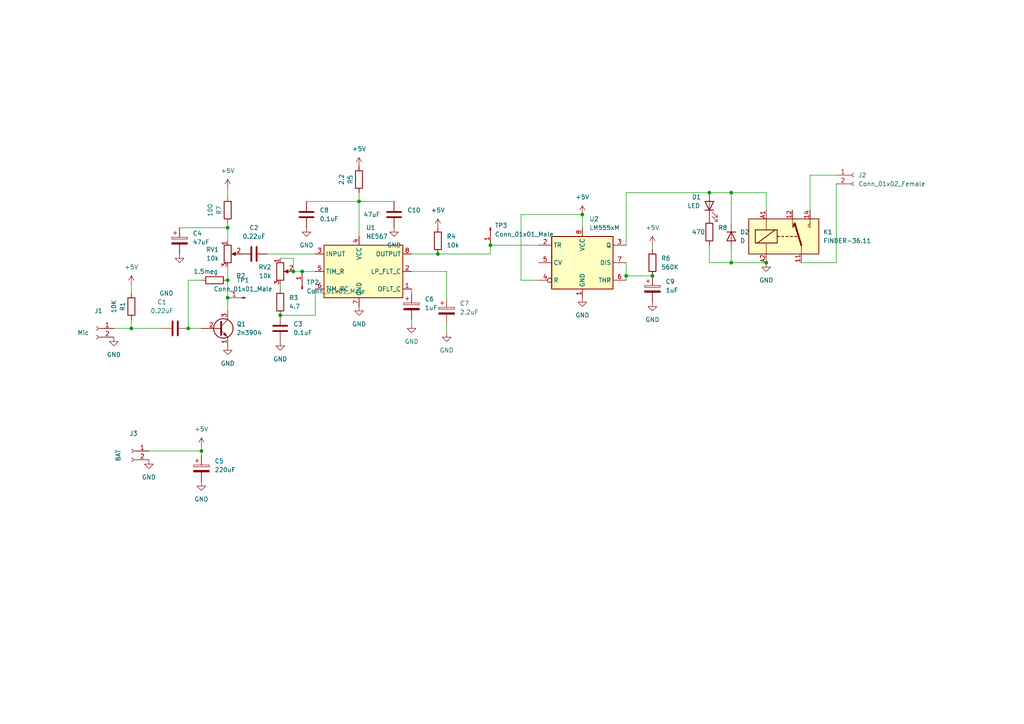
<source format=kicad_sch>
(kicad_sch (version 20211123) (generator eeschema)
  (paper "A4")
  (lib_symbols
    (symbol "Connector:Conn_01x01_Male" (pin_names (offset 1.016) hide)
      (property "Reference" "J" (at 0 2.54 0))
      (property "Value" "Conn_01x01_Male" (at 0 -2.54 0))
      (symbol "Conn_01x01_Male_1_1"
        (polyline (pts (xy 1.27 0) (xy 0.8636 0)) (stroke (width 0.1524)))
        (rectangle (start 0.8636 0.127) (end 0 -0.127) (stroke (width 0.1524)) (fill (type outline)))
        (pin passive line (at 5.08 0 180) (length 3.81) (name "Pin_1") (number "1"))
      )
    )
    (symbol "Connector:Conn_01x02_Female" (pin_names (offset 1.016) hide)
      (property "Reference" "J" (at 0 2.54 0))
      (property "Value" "Conn_01x02_Female" (at 0 -5.08 0))
      (symbol "Conn_01x02_Female_1_1"
        (arc (start 0 -2.032) (mid -0.508 -2.54) (end 0 -3.048) (stroke (width 0.1524)))
        (polyline (pts (xy -1.27 -2.54) (xy -0.508 -2.54)) (stroke (width 0.1524)))
        (polyline (pts (xy -1.27 0) (xy -0.508 0)) (stroke (width 0.1524)))
        (arc (start 0 0.508) (mid -0.508 0) (end 0 -0.508) (stroke (width 0.1524)))
        (pin passive line (at -5.08 0 0) (length 3.81) (name "Pin_1") (number "1"))
        (pin passive line (at -5.08 -2.54 0) (length 3.81) (name "Pin_2") (number "2"))
      )
    )
    (symbol "Device:C" (pin_numbers hide) (pin_names (offset 0.254))
      (property "Reference" "C" (at 0.635 2.54 0))
      (property "Value" "C" (at 0.635 -2.54 0))
      (symbol "C_0_1"
        (polyline (pts (xy -2.032 -0.762) (xy 2.032 -0.762)) (stroke (width 0.508)))
        (polyline (pts (xy -2.032 0.762) (xy 2.032 0.762)) (stroke (width 0.508)))
      )
      (symbol "C_1_1"
        (pin passive line (at 0 3.81 270) (length 2.794) (name "~") (number "1"))
        (pin passive line (at 0 -3.81 90) (length 2.794) (name "~") (number "2"))
      )
    )
    (symbol "Device:C_Polarized" (pin_numbers hide) (pin_names (offset 0.254))
      (property "Reference" "C" (at 0.635 2.54 0))
      (property "Value" "C_Polarized" (at 0.635 -2.54 0))
      (symbol "C_Polarized_0_1"
        (rectangle (start -2.286 0.508) (end 2.286 1.016))
        (polyline (pts (xy -1.778 2.286) (xy -0.762 2.286)))
        (polyline (pts (xy -1.27 2.794) (xy -1.27 1.778)))
        (rectangle (start 2.286 -0.508) (end -2.286 -1.016) (fill (type outline)))
      )
      (symbol "C_Polarized_1_1"
        (pin passive line (at 0 3.81 270) (length 2.794) (name "~") (number "1"))
        (pin passive line (at 0 -3.81 90) (length 2.794) (name "~") (number "2"))
      )
    )
    (symbol "Device:D" (pin_numbers hide) (pin_names (offset 1.016) hide)
      (property "Reference" "D" (at 0 2.54 0))
      (property "Value" "D" (at 0 -2.54 0))
      (symbol "D_0_1"
        (polyline (pts (xy -1.27 1.27) (xy -1.27 -1.27)) (stroke (width 0.254)))
        (polyline (pts (xy 1.27 0) (xy -1.27 0)))
        (polyline (pts (xy 1.27 1.27) (xy 1.27 -1.27) (xy -1.27 0) (xy 1.27 1.27)) (stroke (width 0.254)))
      )
      (symbol "D_1_1"
        (pin passive line (at -3.81 0 0) (length 2.54) (name "K") (number "1"))
        (pin passive line (at 3.81 0 180) (length 2.54) (name "A") (number "2"))
      )
    )
    (symbol "Device:LED" (pin_numbers hide) (pin_names (offset 1.016) hide)
      (property "Reference" "D" (at 0 2.54 0))
      (property "Value" "LED" (at 0 -2.54 0))
      (symbol "LED_0_1"
        (polyline (pts (xy -1.27 -1.27) (xy -1.27 1.27)) (stroke (width 0.254)))
        (polyline (pts (xy -1.27 0) (xy 1.27 0)))
        (polyline (pts (xy 1.27 -1.27) (xy 1.27 1.27) (xy -1.27 0) (xy 1.27 -1.27)) (stroke (width 0.254)))
        (polyline (pts (xy -3.048 -0.762) (xy -4.572 -2.286) (xy -3.81 -2.286) (xy -4.572 -2.286) (xy -4.572 -1.524)))
        (polyline (pts (xy -1.778 -0.762) (xy -3.302 -2.286) (xy -2.54 -2.286) (xy -3.302 -2.286) (xy -3.302 -1.524)))
      )
      (symbol "LED_1_1"
        (pin passive line (at -3.81 0 0) (length 2.54) (name "K") (number "1"))
        (pin passive line (at 3.81 0 180) (length 2.54) (name "A") (number "2"))
      )
    )
    (symbol "Device:R" (pin_numbers hide) (pin_names (offset 0))
      (property "Reference" "R" (at 2.032 0 90))
      (property "Value" "R" (at 0 0 90))
      (symbol "R_0_1"
        (rectangle (start -1.016 -2.54) (end 1.016 2.54) (stroke (width 0.254)))
      )
      (symbol "R_1_1"
        (pin passive line (at 0 3.81 270) (length 1.27) (name "~") (number "1"))
        (pin passive line (at 0 -3.81 90) (length 1.27) (name "~") (number "2"))
      )
    )
    (symbol "Device:R_Potentiometer" (pin_names (offset 1.016) hide)
      (property "Reference" "RV" (at -4.445 0 90))
      (property "Value" "R_Potentiometer" (at -2.54 0 90))
      (symbol "R_Potentiometer_0_1"
        (polyline (pts (xy 2.54 0) (xy 1.524 0)))
        (polyline (pts (xy 1.143 0) (xy 2.286 0.508) (xy 2.286 -0.508) (xy 1.143 0)) (fill (type outline)))
        (rectangle (start 1.016 2.54) (end -1.016 -2.54) (stroke (width 0.254)))
      )
      (symbol "R_Potentiometer_1_1"
        (pin passive line (at 0 3.81 270) (length 1.27) (name "1") (number "1"))
        (pin passive line (at 3.81 0 180) (length 1.27) (name "2") (number "2"))
        (pin passive line (at 0 -3.81 90) (length 1.27) (name "3") (number "3"))
      )
    )
    (symbol "Relay:FINDER-36.11"
      (property "Reference" "K" (at 11.43 3.81 0))
      (property "Value" "FINDER-36.11" (at 11.43 1.27 0))
      (symbol "FINDER-36.11_0_0"
        (polyline (pts (xy 2.54 3.81) (xy 2.54 5.08)))
        (polyline (pts (xy 7.62 3.81) (xy 7.62 5.08)))
        (polyline (pts (xy 7.62 3.81) (xy 7.62 2.54) (xy 6.985 3.175) (xy 7.62 3.81)))
      )
      (symbol "FINDER-36.11_0_1"
        (rectangle (start -10.16 5.08) (end 10.16 -5.08) (stroke (width 0.254)) (fill (type background)))
        (rectangle (start -8.255 1.905) (end -1.905 -1.905) (stroke (width 0.254)))
        (polyline (pts (xy -7.62 -1.905) (xy -2.54 1.905)) (stroke (width 0.254)))
        (polyline (pts (xy -5.08 -5.08) (xy -5.08 -1.905)))
        (polyline (pts (xy -5.08 5.08) (xy -5.08 1.905)))
        (polyline (pts (xy -1.905 0) (xy -1.27 0)) (stroke (width 0.254)))
        (polyline (pts (xy -0.635 0) (xy 0 0)) (stroke (width 0.254)))
        (polyline (pts (xy 0.635 0) (xy 1.27 0)) (stroke (width 0.254)))
        (polyline (pts (xy 0.635 0) (xy 1.27 0)) (stroke (width 0.254)))
        (polyline (pts (xy 1.905 0) (xy 2.54 0)) (stroke (width 0.254)))
        (polyline (pts (xy 3.175 0) (xy 3.81 0)) (stroke (width 0.254)))
        (polyline (pts (xy 5.08 -2.54) (xy 3.175 3.81)) (stroke (width 0.508)))
        (polyline (pts (xy 5.08 -2.54) (xy 5.08 -5.08)))
        (polyline (pts (xy 2.54 2.54) (xy 3.175 3.175) (xy 2.54 3.81)) (fill (type outline)))
      )
      (symbol "FINDER-36.11_1_1"
        (pin passive line (at 5.08 -7.62 90) (length 2.54) (name "~") (number "11"))
        (pin passive line (at 2.54 7.62 270) (length 2.54) (name "~") (number "12"))
        (pin passive line (at 7.62 7.62 270) (length 2.54) (name "~") (number "14"))
        (pin passive line (at -5.08 7.62 270) (length 2.54) (name "~") (number "A1"))
        (pin passive line (at -5.08 -7.62 90) (length 2.54) (name "~") (number "A2"))
      )
    )
    (symbol "Timer:LM555xM"
      (property "Reference" "U" (at -10.16 8.89 0))
      (property "Value" "LM555xM" (at 2.54 8.89 0))
      (symbol "LM555xM_0_0"
        (pin power_in line (at 0 -10.16 90) (length 2.54) (name "GND") (number "1"))
        (pin power_in line (at 0 10.16 270) (length 2.54) (name "VCC") (number "8"))
      )
      (symbol "LM555xM_0_1"
        (rectangle (start -8.89 -7.62) (end 8.89 7.62) (stroke (width 0.254)) (fill (type background)))
        (rectangle (start -8.89 -7.62) (end 8.89 7.62) (stroke (width 0.254)) (fill (type background)))
      )
      (symbol "LM555xM_1_1"
        (pin input line (at -12.7 5.08 0) (length 3.81) (name "TR") (number "2"))
        (pin output line (at 12.7 5.08 180) (length 3.81) (name "Q") (number "3"))
        (pin input inverted (at -12.7 -5.08 0) (length 3.81) (name "R") (number "4"))
        (pin input line (at -12.7 0 0) (length 3.81) (name "CV") (number "5"))
        (pin input line (at 12.7 -5.08 180) (length 3.81) (name "THR") (number "6"))
        (pin input line (at 12.7 0 180) (length 3.81) (name "DIS") (number "7"))
      )
    )
    (symbol "Timer:NE567"
      (property "Reference" "U" (at -2.54 10.795 0))
      (property "Value" "NE567" (at -2.54 8.89 0))
      (symbol "NE567_0_1"
        (rectangle (start -10.16 7.62) (end 12.7 -7.62) (stroke (width 0.254)) (fill (type background)))
      )
      (symbol "NE567_1_1"
        (pin output line (at 15.24 -5.08 180) (length 2.54) (name "OFLT_C") (number "1"))
        (pin output line (at 15.24 0 180) (length 2.54) (name "LP_FLT_C") (number "2"))
        (pin input line (at -12.7 5.08 0) (length 2.54) (name "INPUT") (number "3"))
        (pin power_in line (at 0 10.16 270) (length 2.54) (name "VCC") (number "4"))
        (pin input line (at -12.7 0 0) (length 2.54) (name "TIM_R") (number "5"))
        (pin input line (at -12.7 -5.08 0) (length 2.54) (name "TIM_RC") (number "6"))
        (pin power_in line (at 0 -10.16 90) (length 2.54) (name "GND") (number "7"))
        (pin output line (at 15.24 5.08 180) (length 2.54) (name "OUTPUT") (number "8"))
      )
    )
    (symbol "Transistor_BJT:2N3904" (pin_names (offset 0) hide)
      (property "Reference" "Q" (at 5.08 1.905 0))
      (property "Value" "2N3904" (at 5.08 0 0))
      (symbol "2N3904_0_1"
        (polyline (pts (xy 0.635 0.635) (xy 2.54 2.54)))
        (polyline (pts (xy 0.635 -0.635) (xy 2.54 -2.54) (xy 2.54 -2.54)))
        (polyline (pts (xy 0.635 1.905) (xy 0.635 -1.905) (xy 0.635 -1.905)) (stroke (width 0.508)))
        (polyline (pts (xy 1.27 -1.778) (xy 1.778 -1.27) (xy 2.286 -2.286) (xy 1.27 -1.778) (xy 1.27 -1.778)) (fill (type outline)))
        (circle (center 1.27 0) (radius 2.8194) (stroke (width 0.254)))
      )
      (symbol "2N3904_1_1"
        (pin passive line (at 2.54 -5.08 90) (length 2.54) (name "E") (number "1"))
        (pin passive line (at -5.08 0 0) (length 5.715) (name "B") (number "2"))
        (pin passive line (at 2.54 5.08 270) (length 2.54) (name "C") (number "3"))
      )
    )
    (symbol "power:+5V" (power) (pin_names (offset 0))
      (property "Value" "+5V" (at 0 3.556 0))
      (symbol "+5V_0_1"
        (polyline (pts (xy -0.762 1.27) (xy 0 2.54)))
        (polyline (pts (xy 0 0) (xy 0 2.54)))
        (polyline (pts (xy 0 2.54) (xy 0.762 1.27)))
      )
      (symbol "+5V_1_1"
        (pin power_in line (at 0 0 90) (length 0) hide (name "+5V") (number "1"))
      )
    )
    (symbol "power:GND" (power) (pin_names (offset 0))
      (property "Value" "GND" (at 0 -3.81 0))
      (symbol "GND_0_1"
        (polyline (pts (xy 0 0) (xy 0 -1.27) (xy 1.27 -1.27) (xy 0 -2.54) (xy -1.27 -1.27) (xy 0 -1.27)))
      )
      (symbol "GND_1_1"
        (pin power_in line (at 0 0 270) (length 0) hide (name "GND") (number "1"))
      )
    )
  )
  (junction (at 87.63 78.74))
  (junction (at 168.91 62.23))
  (junction (at 58.42 130.81))
  (junction (at 205.74 55.88))
  (junction (at 222.25 76.2))
  (junction (at 81.28 91.44))
  (junction (at 212.09 76.2))
  (junction (at 38.1 95.25))
  (junction (at 66.04 86.36))
  (junction (at 104.14 58.42))
  (junction (at 212.09 55.88))
  (junction (at 142.24 71.12))
  (junction (at 66.04 66.04))
  (junction (at 54.61 95.25))
  (junction (at 181.61 80.01))
  (junction (at 189.23 80.01))
  (junction (at 127 73.66))
  (junction (at 66.04 81.28))
  (junction (at 85.09 78.74))
  (wire (pts (xy 81.28 91.44) (xy 91.44 91.44)))
  (wire (pts (xy 181.61 55.88) (xy 205.74 55.88)))
  (wire (pts (xy 58.42 130.81) (xy 58.42 132.08)))
  (wire (pts (xy 85.09 74.93) (xy 85.09 78.74)))
  (wire (pts (xy 156.21 81.28) (xy 151.13 81.28)))
  (wire (pts (xy 222.25 55.88) (xy 222.25 60.96)))
  (wire (pts (xy 52.07 66.04) (xy 66.04 66.04)))
  (wire (pts (xy 104.14 55.88) (xy 104.14 58.42)))
  (wire (pts (xy 66.04 77.47) (xy 66.04 81.28)))
  (wire (pts (xy 66.04 86.36) (xy 66.04 90.17)))
  (wire (pts (xy 205.74 76.2) (xy 212.09 76.2)))
  (wire (pts (xy 104.14 58.42) (xy 104.14 68.58)))
  (wire (pts (xy 205.74 71.12) (xy 205.74 76.2)))
  (wire (pts (xy 33.02 95.25) (xy 38.1 95.25)))
  (wire (pts (xy 104.14 58.42) (xy 114.3 58.42)))
  (wire (pts (xy 54.61 81.28) (xy 58.42 81.28)))
  (wire (pts (xy 38.1 95.25) (xy 46.99 95.25)))
  (wire (pts (xy 181.61 80.01) (xy 189.23 80.01)))
  (wire (pts (xy 54.61 95.25) (xy 58.42 95.25)))
  (wire (pts (xy 66.04 64.77) (xy 66.04 66.04)))
  (wire (pts (xy 66.04 54.61) (xy 66.04 57.15)))
  (wire (pts (xy 142.24 73.66) (xy 142.24 71.12)))
  (wire (pts (xy 151.13 81.28) (xy 151.13 62.23)))
  (wire (pts (xy 66.04 81.28) (xy 66.04 86.36)))
  (wire (pts (xy 119.38 73.66) (xy 127 73.66)))
  (wire (pts (xy 168.91 62.23) (xy 168.91 66.04)))
  (wire (pts (xy 129.54 78.74) (xy 129.54 86.36)))
  (wire (pts (xy 43.18 130.81) (xy 58.42 130.81)))
  (wire (pts (xy 151.13 62.23) (xy 168.91 62.23)))
  (wire (pts (xy 142.24 71.12) (xy 156.21 71.12)))
  (wire (pts (xy 232.41 76.2) (xy 242.57 76.2)))
  (wire (pts (xy 81.28 74.93) (xy 85.09 74.93)))
  (wire (pts (xy 81.28 83.82) (xy 81.28 82.55)))
  (wire (pts (xy 181.61 76.2) (xy 181.61 80.01)))
  (wire (pts (xy 234.95 50.8) (xy 242.57 50.8)))
  (wire (pts (xy 77.47 73.66) (xy 91.44 73.66)))
  (wire (pts (xy 119.38 93.98) (xy 119.38 92.71)))
  (wire (pts (xy 234.95 60.96) (xy 234.95 50.8)))
  (wire (pts (xy 242.57 76.2) (xy 242.57 53.34)))
  (wire (pts (xy 181.61 55.88) (xy 181.61 71.12)))
  (wire (pts (xy 58.42 129.54) (xy 58.42 130.81)))
  (wire (pts (xy 205.74 55.88) (xy 212.09 55.88)))
  (wire (pts (xy 212.09 64.77) (xy 212.09 55.88)))
  (wire (pts (xy 212.09 72.39) (xy 212.09 76.2)))
  (wire (pts (xy 119.38 78.74) (xy 129.54 78.74)))
  (wire (pts (xy 85.09 78.74) (xy 87.63 78.74)))
  (wire (pts (xy 91.44 91.44) (xy 91.44 83.82)))
  (wire (pts (xy 212.09 55.88) (xy 222.25 55.88)))
  (wire (pts (xy 189.23 71.12) (xy 189.23 72.39)))
  (wire (pts (xy 181.61 80.01) (xy 181.61 81.28)))
  (wire (pts (xy 88.9 58.42) (xy 104.14 58.42)))
  (wire (pts (xy 212.09 76.2) (xy 222.25 76.2)))
  (wire (pts (xy 66.04 66.04) (xy 66.04 69.85)))
  (wire (pts (xy 129.54 96.52) (xy 129.54 93.98)))
  (wire (pts (xy 119.38 85.09) (xy 119.38 83.82)))
  (wire (pts (xy 38.1 85.09) (xy 38.1 82.55)))
  (wire (pts (xy 87.63 78.74) (xy 91.44 78.74)))
  (wire (pts (xy 127 73.66) (xy 142.24 73.66)))
  (wire (pts (xy 38.1 92.71) (xy 38.1 95.25)))
  (wire (pts (xy 54.61 81.28) (xy 54.61 95.25)))
  (symbol (lib_id "Connector:Conn_01x02_Female") (at 27.94 95.25 0) (mirror y) (unit 1)
    (property "Reference" "J1" (at 28.575 90.17 0))
    (property "Value" "Mic" (at 24.13 96.52 0))
    (property "Footprint" "Connector_PinHeader_2.54mm:PinHeader_1x02_P2.54mm_Vertical" (effects hide))
  )
  (symbol (lib_id "power:GND") (at 189.23 87.63 0) (unit 1)
    (property "Reference" "#PWR0113" (effects hide))
    (property "Value" "GND" (at 189.23 92.71 0))
  )
  (symbol (lib_id "Device:R_Potentiometer") (at 66.04 73.66 0) (unit 1)
    (property "Reference" "RV1" (at 63.5 72.3899 0) (effects (justify right)))
    (property "Value" "10k" (at 63.5 74.9299 0) (effects (justify right)))
    (property "Footprint" "Potentiometer_THT:Potentiometer_ACP_CA6-H2,5_Horizontal" (effects hide))
  )
  (symbol (lib_id "power:+5V") (at 58.42 129.54 0) (unit 1)
    (property "Reference" "#PWR0119" (effects hide))
    (property "Value" "+5V" (at 58.42 124.46 0))
  )
  (symbol (lib_id "power:+5V") (at 104.14 48.26 0) (unit 1)
    (property "Reference" "#PWR0111" (effects hide))
    (property "Value" "+5V" (at 104.14 43.18 0))
  )
  (symbol (lib_id "Connector:Conn_01x01_Male") (at 142.24 66.04 270) (unit 1)
    (property "Reference" "TP3" (at 143.51 65.4049 90) (effects (justify left)))
    (property "Value" "Conn_01x01_Male" (at 143.51 67.9449 90) (effects (justify left)))
    (property "Footprint" "Personal:1PIN-1-2mm" (effects hide))
  )
  (symbol (lib_id "Device:LED") (at 205.74 59.69 90) (unit 1)
    (property "Reference" "D1" (at 200.66 57.15 90) (effects (justify right)))
    (property "Value" "LED" (at 199.39 59.69 90) (effects (justify right)))
    (property "Footprint" "LED_THT:LED_D5.0mm" (effects hide))
  )
  (symbol (lib_id "Device:C_Polarized") (at 119.38 88.9 0) (unit 1)
    (property "Reference" "C6" (at 123.19 86.7409 0) (effects (justify left)))
    (property "Value" "1uF" (at 123.19 89.2809 0) (effects (justify left)))
    (property "Footprint" "Capacitor_THT:CP_Radial_D5.0mm_P2.50mm" (effects hide))
  )
  (symbol (lib_id "Timer:NE567") (at 104.14 78.74 0) (unit 1)
    (property "Reference" "U1" (at 106.1594 66.04 0) (effects (justify left)))
    (property "Value" "NE567" (at 106.1594 68.58 0) (effects (justify left)))
    (property "Footprint" "Package_DIP:DIP-8_W7.62mm_LongPads" (effects hide))
    (property "Datasheet" "http://www.ti.com/lit/ds/symlink/lm567.pdf" (effects hide))
  )
  (symbol (lib_id "power:GND") (at 114.3 66.04 0) (unit 1)
    (property "Reference" "#PWR0115" (effects hide))
    (property "Value" "GND" (at 114.3 71.12 0))
  )
  (symbol (lib_id "Connector:Conn_01x01_Male") (at 71.12 86.36 180) (unit 1)
    (property "Reference" "TP1" (at 70.485 81.28 0))
    (property "Value" "Conn_01x01_Male" (at 70.485 83.82 0))
    (property "Footprint" "Personal:1PIN-1-2mm" (effects hide))
  )
  (symbol (lib_id "Device:R") (at 104.14 52.07 0) (unit 1)
    (property "Reference" "R5" (at 101.6 52.07 90))
    (property "Value" "2.2" (at 99.06 52.07 90))
    (property "Footprint" "Resistor_THT:R_Axial_DIN0207_L6.3mm_D2.5mm_P7.62mm_Horizontal" (effects hide))
  )
  (symbol (lib_id "power:GND") (at 168.91 86.36 0) (unit 1)
    (property "Reference" "#PWR0114" (effects hide))
    (property "Value" "GND" (at 168.91 91.44 0))
  )
  (symbol (lib_id "power:+5V") (at 189.23 71.12 0) (unit 1)
    (property "Reference" "#PWR0112" (effects hide))
    (property "Value" "+5V" (at 189.23 66.04 0))
  )
  (symbol (lib_id "power:GND") (at 52.07 73.66 0) (unit 1)
    (property "Reference" "#PWR0116" (effects hide))
    (property "Value" "GND" (at 48.26 85.09 0))
  )
  (symbol (lib_id "Device:R_Potentiometer") (at 81.28 78.74 0) (unit 1)
    (property "Reference" "RV2" (at 78.74 77.4699 0) (effects (justify right)))
    (property "Value" "10k" (at 78.74 80.0099 0) (effects (justify right)))
    (property "Footprint" "Potentiometer_THT:Potentiometer_ACP_CA6-H2,5_Horizontal" (effects hide))
  )
  (symbol (lib_id "Device:C_Polarized") (at 129.54 90.17 0) (unit 1)
    (property "Reference" "C7" (at 133.35 88.0109 0) (effects (justify left)))
    (property "Value" "2.2uF" (at 133.35 90.5509 0) (effects (justify left)))
    (property "Footprint" "Capacitor_THT:CP_Radial_D5.0mm_P2.50mm" (effects hide))
  )
  (symbol (lib_id "Device:R") (at 127 69.85 180) (unit 1)
    (property "Reference" "R4" (at 129.54 68.5799 0) (effects (justify right)))
    (property "Value" "10k" (at 129.54 71.1199 0) (effects (justify right)))
    (property "Footprint" "Resistor_THT:R_Axial_DIN0207_L6.3mm_D2.5mm_P7.62mm_Horizontal" (effects hide))
  )
  (symbol (lib_id "power:GND") (at 119.38 93.98 0) (unit 1)
    (property "Reference" "#PWR0107" (effects hide))
    (property "Value" "GND" (at 119.38 99.06 0))
  )
  (symbol (lib_id "power:GND") (at 81.28 99.06 0) (unit 1)
    (property "Reference" "#PWR0105" (effects hide))
    (property "Value" "GND" (at 81.28 104.14 0))
  )
  (symbol (lib_id "power:GND") (at 104.14 88.9 0) (unit 1)
    (property "Reference" "#PWR0110" (effects hide))
    (property "Value" "GND" (at 104.14 93.98 0))
  )
  (symbol (lib_id "power:+5V") (at 38.1 82.55 0) (unit 1)
    (property "Reference" "#PWR0102" (effects hide))
    (property "Value" "+5V" (at 38.1 77.47 0))
  )
  (symbol (lib_id "power:GND") (at 66.04 100.33 0) (unit 1)
    (property "Reference" "#PWR0104" (effects hide))
    (property "Value" "GND" (at 66.04 105.41 0))
  )
  (symbol (lib_id "Device:C_Polarized") (at 52.07 69.85 0) (unit 1)
    (property "Reference" "C4" (at 55.88 67.6909 0) (effects (justify left)))
    (property "Value" "47uF" (at 55.88 70.2309 0) (effects (justify left)))
    (property "Footprint" "Capacitor_THT:CP_Radial_D5.0mm_P2.50mm" (effects hide))
  )
  (symbol (lib_id "Connector:Conn_01x02_Female") (at 38.1 130.81 0) (mirror y) (unit 1)
    (property "Reference" "J3" (at 38.735 125.73 0))
    (property "Value" "BAT" (at 34.29 132.08 90))
    (property "Footprint" "Connector_PinHeader_2.54mm:PinHeader_1x02_P2.54mm_Vertical" (effects hide))
  )
  (symbol (lib_id "Device:R") (at 81.28 87.63 180) (unit 1)
    (property "Reference" "R3" (at 83.82 86.3599 0) (effects (justify right)))
    (property "Value" "4.7" (at 83.82 88.8999 0) (effects (justify right)))
    (property "Footprint" "Resistor_THT:R_Axial_DIN0207_L6.3mm_D2.5mm_P7.62mm_Horizontal" (effects hide))
  )
  (symbol (lib_id "Transistor_BJT:2N3904") (at 63.5 95.25 0) (unit 1)
    (property "Reference" "Q1" (at 68.58 93.9799 0) (effects (justify left)))
    (property "Value" "2n3904" (at 68.58 96.5199 0) (effects (justify left)))
    (property "Footprint" "Personal:TO-92_Inline" (effects hide))
    (property "Datasheet" "https://www.onsemi.com/pub/Collateral/2N3903-D.PDF" (effects hide))
  )
  (symbol (lib_id "Device:C") (at 88.9 62.23 180) (unit 1)
    (property "Reference" "C8" (at 92.71 60.9599 0) (effects (justify right)))
    (property "Value" "0.1uF" (at 92.71 63.4999 0) (effects (justify right)))
    (property "Footprint" "Capacitor_THT:C_Disc_D4.7mm_W2.5mm_P5.00mm" (effects hide))
  )
  (symbol (lib_id "power:GND") (at 58.42 139.7 0) (unit 1)
    (property "Reference" "#PWR0120" (effects hide))
    (property "Value" "GND" (at 58.42 144.78 0))
  )
  (symbol (lib_id "Device:D") (at 212.09 68.58 270) (unit 1)
    (property "Reference" "D2" (at 214.63 67.3099 90) (effects (justify left)))
    (property "Value" "D" (at 214.63 69.8499 90) (effects (justify left)))
    (property "Footprint" "Diode_THT:D_DO-15_P10.16mm_Horizontal" (effects hide))
  )
  (symbol (lib_id "Connector:Conn_01x02_Female") (at 247.65 50.8 0) (unit 1)
    (property "Reference" "J2" (at 248.92 50.7999 0) (effects (justify left)))
    (property "Value" "Conn_01x02_Female" (at 248.92 53.3399 0) (effects (justify left)))
    (property "Footprint" "Connector_PinHeader_2.54mm:PinHeader_1x02_P2.54mm_Vertical" (effects hide))
  )
  (symbol (lib_id "Connector:Conn_01x01_Male") (at 87.63 83.82 90) (unit 1)
    (property "Reference" "TP2" (at 88.9 81.9149 90) (effects (justify right)))
    (property "Value" "Conn_01x01_Male" (at 88.9 84.4549 90) (effects (justify right)))
    (property "Footprint" "Personal:1PIN-1-2mm" (effects hide))
  )
  (symbol (lib_id "Device:C") (at 50.8 95.25 270) (unit 1)
    (property "Reference" "C1" (at 46.99 87.63 90))
    (property "Value" "0.22uF" (at 46.99 90.17 90))
    (property "Footprint" "Capacitor_THT:C_Disc_D4.7mm_W2.5mm_P5.00mm" (effects hide))
  )
  (symbol (lib_id "power:+5V") (at 127 66.04 0) (unit 1)
    (property "Reference" "#PWR0108" (effects hide))
    (property "Value" "+5V" (at 127 60.96 0))
  )
  (symbol (lib_id "power:GND") (at 129.54 96.52 0) (unit 1)
    (property "Reference" "#PWR0106" (effects hide))
    (property "Value" "GND" (at 129.54 101.6 0))
  )
  (symbol (lib_id "Timer:LM555xM") (at 168.91 76.2 0) (unit 1)
    (property "Reference" "U2" (at 170.9294 63.5 0) (effects (justify left)))
    (property "Value" "LM555xM" (at 170.9294 66.04 0) (effects (justify left)))
    (property "Footprint" "Package_DIP:DIP-8_W7.62mm_LongPads" (effects hide))
    (property "Datasheet" "http://www.ti.com/lit/ds/symlink/lm555.pdf" (effects hide))
  )
  (symbol (lib_id "power:GND") (at 88.9 66.04 0) (unit 1)
    (property "Reference" "#PWR0117" (effects hide))
    (property "Value" "GND" (at 88.9 71.12 0))
  )
  (symbol (lib_id "Device:C_Polarized") (at 189.23 83.82 0) (unit 1)
    (property "Reference" "C9" (at 193.04 81.6609 0) (effects (justify left)))
    (property "Value" "1uF" (at 193.04 84.2009 0) (effects (justify left)))
    (property "Footprint" "Capacitor_THT:CP_Radial_D5.0mm_P2.50mm" (effects hide))
  )
  (symbol (lib_id "power:+5V") (at 168.91 62.23 0) (unit 1)
    (property "Reference" "#PWR0109" (effects hide))
    (property "Value" "+5V" (at 168.91 57.15 0))
  )
  (symbol (lib_id "Device:R") (at 205.74 67.31 180) (unit 1)
    (property "Reference" "R8" (at 208.28 66.0399 0) (effects (justify right)))
    (property "Value" "470" (at 200.66 67.31 0) (effects (justify right)))
    (property "Footprint" "Resistor_THT:R_Axial_DIN0207_L6.3mm_D2.5mm_P7.62mm_Horizontal" (effects hide))
  )
  (symbol (lib_id "Device:R") (at 62.23 81.28 270) (unit 1)
    (property "Reference" "R2" (at 69.85 80.01 90))
    (property "Value" "1.5meg" (at 59.69 78.74 90))
    (property "Footprint" "Resistor_THT:R_Axial_DIN0207_L6.3mm_D2.5mm_P7.62mm_Horizontal" (effects hide))
  )
  (symbol (lib_id "Device:R") (at 66.04 60.96 0) (unit 1)
    (property "Reference" "R7" (at 63.5 60.96 90))
    (property "Value" "100" (at 60.96 60.96 90))
    (property "Footprint" "Resistor_THT:R_Axial_DIN0207_L6.3mm_D2.5mm_P7.62mm_Horizontal" (effects hide))
  )
  (symbol (lib_id "Device:R") (at 38.1 88.9 0) (unit 1)
    (property "Reference" "R1" (at 35.56 88.9 90))
    (property "Value" "10K" (at 33.02 88.9 90))
    (property "Footprint" "Resistor_THT:R_Axial_DIN0207_L6.3mm_D2.5mm_P7.62mm_Horizontal" (effects hide))
  )
  (symbol (lib_id "power:GND") (at 33.02 97.79 0) (unit 1)
    (property "Reference" "#PWR0101" (effects hide))
    (property "Value" "GND" (at 33.02 102.87 0))
  )
  (symbol (lib_id "power:GND") (at 43.18 133.35 0) (unit 1)
    (property "Reference" "#PWR0118" (effects hide))
    (property "Value" "GND" (at 43.18 138.43 0))
  )
  (symbol (lib_id "Device:C_Polarized") (at 58.42 135.89 0) (unit 1)
    (property "Reference" "C5" (at 62.23 133.7309 0) (effects (justify left)))
    (property "Value" "220uF" (at 62.23 136.2709 0) (effects (justify left)))
    (property "Footprint" "Capacitor_THT:CP_Radial_D7.5mm_P2.50mm" (effects hide))
  )
  (symbol (lib_id "power:GND") (at 222.25 76.2 0) (unit 1)
    (property "Reference" "#PWR0122" (effects hide))
    (property "Value" "GND" (at 222.25 81.28 0))
  )
  (symbol (lib_id "Device:R") (at 189.23 76.2 180) (unit 1)
    (property "Reference" "R6" (at 191.77 74.9299 0) (effects (justify right)))
    (property "Value" "560K" (at 191.77 77.4699 0) (effects (justify right)))
    (property "Footprint" "Resistor_THT:R_Axial_DIN0207_L6.3mm_D2.5mm_P7.62mm_Horizontal" (effects hide))
  )
  (symbol (lib_id "Relay:FINDER-36.11") (at 227.33 68.58 0) (unit 1)
    (property "Reference" "K1" (at 238.76 67.3099 0) (effects (justify left)))
    (property "Value" "FINDER-36.11" (at 238.76 69.8499 0) (effects (justify left)))
    (property "Footprint" "Relay_THT:Relay_SPDT_Finder_36.11" (effects hide))
    (property "Datasheet" "https://gfinder.findernet.com/public/attachments/36/EN/S36EN.pdf" (effects hide))
  )
  (symbol (lib_id "Device:C") (at 81.28 95.25 180) (unit 1)
    (property "Reference" "C3" (at 85.09 93.9799 0) (effects (justify right)))
    (property "Value" "0.1uF" (at 85.09 96.5199 0) (effects (justify right)))
    (property "Footprint" "Capacitor_THT:C_Disc_D4.7mm_W2.5mm_P5.00mm" (effects hide))
  )
  (symbol (lib_id "Device:C") (at 73.66 73.66 90) (unit 1)
    (property "Reference" "C2" (at 73.66 66.04 90))
    (property "Value" "0.22uF" (at 73.66 68.58 90))
    (property "Footprint" "Capacitor_THT:C_Disc_D4.7mm_W2.5mm_P5.00mm" (effects hide))
  )
  (symbol (lib_id "Device:C") (at 114.3 62.23 180) (unit 1)
    (property "Reference" "C10" (at 118.11 60.9599 0) (effects (justify right)))
    (property "Value" "47uF" (at 105.41 62.23 0) (effects (justify right)))
    (property "Footprint" "Capacitor_THT:CP_Radial_D5.0mm_P2.50mm" (effects hide))
  )
  (symbol (lib_id "power:+5V") (at 66.04 54.61 0) (unit 1)
    (property "Reference" "#PWR0103" (effects hide))
    (property "Value" "+5V" (at 66.04 49.53 0))
  )
)
</source>
